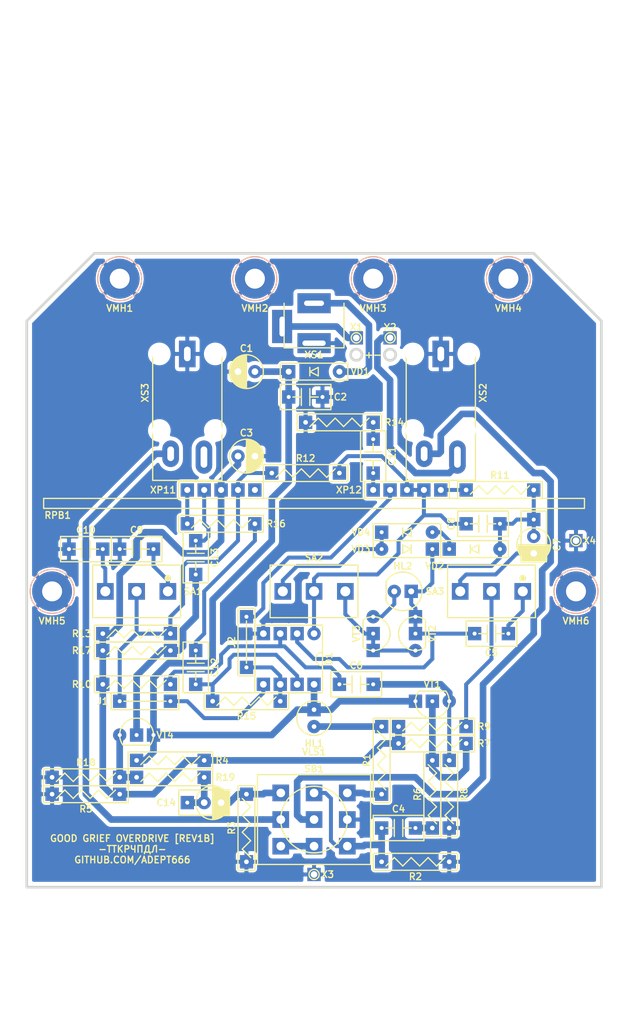
<source format=kicad_pcb>
(kicad_pcb (version 20171130) (host pcbnew 5.1.6-c6e7f7d~87~ubuntu19.10.1)
  (title_block (title "Good Grief Overdrive") (date 2022-05-28) (rev 1B) (company "Igor Ivanov") (comment 1 https://github.com/Adept666) (comment 2 "This project is licensed under GNU General Public License v3.0 or later"))
  (layers (0 F.Cu jumper) (31 B.Cu signal) (37 F.SilkS user) (38 B.Mask user) (44 Edge.Cuts user))
  (net 0 "")
  (net 1 COM)
  (net 2 "Net-(HL1-PadC)")
  (net 3 /LED)
  (net 4 "Net-(SB1-PadNC1)")
  (net 5 /IN-CON)
  (net 6 /OUT-CON)
  (net 7 /PP3-POS)
  (net 8 /PP3-NEG)
  (net 9 V)
  (net 10 "Net-(VD1-PadA)")
  (net 11 "Net-(VD2-PadC)")
  (net 12 "Net-(HL2-PadC)")
  (net 13 "Net-(R6-Pad2)")
  (net 14 "Net-(R18-Pad2)")
  (net 15 "Net-(R16-Pad2)")
  (net 16 "Net-(C4-Pad2)")
  (net 17 "Net-(SA2-PadNO_2)")
  (net 18 "Net-(SA2-PadNO_1)")
  (net 19 "Net-(R9-Pad2)")
  (net 20 "Net-(R11-Pad2)")
  (net 21 "Net-(C5-Pad1)")
  (net 22 "Net-(C5-Pad2)")
  (net 23 "Net-(C6-Pad1)")
  (net 24 "Net-(C6-Pad2)")
  (net 25 "Net-(C7-Pad-)")
  (net 26 "Net-(C8-Pad2)")
  (net 27 "Net-(C9-Pad1)")
  (net 28 "Net-(C10-Pad1)")
  (net 29 "Net-(C11-Pad1)")
  (net 30 "Net-(C11-Pad2)")
  (net 31 "Net-(C12-Pad1)")
  (net 32 "Net-(C12-Pad2)")
  (net 33 "Net-(C13-Pad1)")
  (net 34 "Net-(C13-Pad2)")
  (net 35 "Net-(C14-Pad+)")
  (net 36 VREF)
  (net 37 /RP21)
  (net 38 /RP23)
  (net 39 /IN-CIR)
  (net 40 /OUT-CIR)
  (net 41 "Net-(XS3-PadR/TN)")
  (module SBKCL-TH-SL:C-DISK-D04.2-T03.0-P05.08-d0.5-OR-CP-RADIAL-D05.0-P02.0-CLS (layer F.Cu) (at 138.43 135.255 270)
    (fp_text reference C7 (at 1.27 -3.4925 90) (layer F.SilkS) (effects (font (thickness 0.2))))
    (fp_text value 106)
    (pad - thru_hole rect (at 2.54 0 270) (size 2 2) (drill 1) (layers B.Cu B.Mask) (net 25 "Net-(C7-Pad-)"))
    (pad + thru_hole circle (at 0 0 270) (size 2 2) (drill 1) (layers B.Cu B.Mask) (net 21 "Net-(C5-Pad1)"))
    (pad + thru_hole rect (at -2.54 0 270) (size 2 2) (drill 0.6) (layers B.Cu B.Mask) (net 21 "Net-(C5-Pad1)"))
  )
  (module SBKCL-TH-SL:C-DISK-D04.2-T03.0-P05.08-d0.5-OR-CP-RADIAL-D05.0-P02.0-CLS (layer F.Cu) (at 88.9 175.26)
    (fp_text reference C14 (at -4.1275 0) (layer F.SilkS) (effects (font (thickness 0.2)) (justify right)))
    (fp_text value 106)
    (pad - thru_hole rect (at 2.54 0) (size 2 2) (drill 1) (layers B.Cu B.Mask) (net 40 /OUT-CIR))
    (pad + thru_hole circle (at 0 0) (size 2 2) (drill 1) (layers B.Cu B.Mask) (net 35 "Net-(C14-Pad+)"))
    (pad + thru_hole rect (at -2.54 0) (size 2 2) (drill 0.6) (layers B.Cu B.Mask) (net 35 "Net-(C14-Pad+)"))
  )
  (module SBKCL-TH-SL:RPB-1590BB-18-3x17-1.5-PNL-7.4-2.8 (layer F.Cu) (at 105.41 117.04)
    (fp_text reference RPB1 (at -40.64 15.04) (layer F.SilkS) (effects (font (thickness 0.2)) (justify left)))
    (fp_text value B100K-B5K-A500K)
    (fp_text user XP12 (at 7.3025 11.23) (layer F.SilkS) (effects (font (thickness 0.2)) (justify right)))
    (fp_text user XP11 (at -20.6375 11.23) (layer F.SilkS) (effects (font (thickness 0.2)) (justify right)))
    (pad 22 thru_hole rect (at 8.89 11.23) (size 2 2) (drill 0.9) (layers B.Cu B.Mask) (net 29 "Net-(C11-Pad1)"))
    (pad 23 thru_hole rect (at 11.43 11.23) (size 2 2) (drill 0.9) (layers B.Cu B.Mask) (net 38 /RP23))
    (pad 33 thru_hole rect (at 13.97 11.23) (size 2 2) (drill 0.9) (layers B.Cu B.Mask) (net 26 "Net-(C8-Pad2)"))
    (pad 32 thru_hole rect (at 16.51 11.23) (size 2 2) (drill 0.9) (layers B.Cu B.Mask) (net 26 "Net-(C8-Pad2)"))
    (pad 31 thru_hole rect (at 19.05 11.23) (size 2 2) (drill 0.9) (layers B.Cu B.Mask) (net 20 "Net-(R11-Pad2)"))
    (pad 22 thru_hole rect (at -8.89 11.23) (size 2 2) (drill 0.9) (layers B.Cu B.Mask) (net 29 "Net-(C11-Pad1)"))
    (pad 12 thru_hole rect (at -16.51 11.23) (size 2 2) (drill 0.9) (layers B.Cu B.Mask) (net 33 "Net-(C13-Pad1)"))
    (pad 11 thru_hole rect (at -13.97 11.23) (size 2 2) (drill 0.9) (layers B.Cu B.Mask) (net 36 VREF))
    (pad 13 thru_hole rect (at -19.05 11.23) (size 2 2) (drill 0.9) (layers B.Cu B.Mask) (net 15 "Net-(R16-Pad2)"))
    (pad 21 thru_hole rect (at -11.43 11.23) (size 2 2) (drill 0.9) (layers B.Cu B.Mask) (net 37 /RP21))
  )
  (module KCL-TH-SL:SW-MTS-103-A2-2.5-PNL-6.0 (layer F.Cu) (at 105.41 143.51 270)
    (fp_text reference SA2 (at -5.08 0) (layer F.SilkS) (effects (font (thickness 0.2))))
    (fp_text value MTS-103-A2)
    (pad NO_2 thru_hole rect (at 0 4.7 270) (size 2.5 2.5) (drill 1.5) (layers B.Cu B.Mask) (net 17 "Net-(SA2-PadNO_2)"))
    (pad COM thru_hole rect (at 0 0 270) (size 2.5 2.5) (drill 1.5) (layers B.Cu B.Mask) (net 26 "Net-(C8-Pad2)"))
    (pad NO_1 thru_hole rect (at 0 -4.7 270) (size 2.5 2.5) (drill 1.5) (layers B.Cu B.Mask) (net 18 "Net-(SA2-PadNO_1)"))
  )
  (module KCL-TH-SL:SW-MTS-102-A2-2.5-PNL-6.0 (layer F.Cu) (at 132.08 143.51 270)
    (fp_text reference SA3 (at 0 6.985) (layer F.SilkS) (effects (font (thickness 0.2)) (justify right)))
    (fp_text value MTS-102-A2)
    (pad NO thru_hole rect (at 0 4.7 270) (size 2.5 2.5) (drill 1.5) (layers B.Cu B.Mask) (net 25 "Net-(C7-Pad-)"))
    (pad COM thru_hole rect (at 0 0 270) (size 2.5 2.5) (drill 1.5) (layers B.Cu B.Mask) (net 19 "Net-(R9-Pad2)"))
    (pad NC thru_hole rect (at 0 -4.7 270) (size 2.5 2.5) (drill 1.5) (layers B.Cu B.Mask) (net 22 "Net-(C5-Pad2)"))
  )
  (module KCL-TH-SL:SW-MTS-102-A2-2.5-PNL-6.0 (layer F.Cu) (at 78.74 143.51 270)
    (fp_text reference SA1 (at 0 -6.985) (layer F.SilkS) (effects (font (thickness 0.2)) (justify left)))
    (fp_text value MTS-102-A2)
    (pad NO thru_hole rect (at 0 4.7 270) (size 2.5 2.5) (drill 1.5) (layers B.Cu B.Mask) (net 28 "Net-(C10-Pad1)"))
    (pad COM thru_hole rect (at 0 0 270) (size 2.5 2.5) (drill 1.5) (layers B.Cu B.Mask) (net 37 /RP21))
    (pad NC thru_hole rect (at 0 -4.7 270) (size 2.5 2.5) (drill 1.5) (layers B.Cu B.Mask) (net 27 "Net-(C9-Pad1)"))
  )
  (module SBEL:1590BB_B1 (layer F.Cu) (at 105.41 148.59)
    (fp_text reference VE1 hide)
    (fp_text value 1590BB hide)
  )
  (module KCL-TH-SL:LED-ROUND-05.0-UNI-BH (layer F.Cu) (at 118.745 143.51)
    (fp_text reference HL2 (at 0 -3.81) (layer F.SilkS) (effects (font (thickness 0.2))))
    (fp_text value FYL-5013URC)
    (pad C thru_hole circle (at -1.27 0) (size 2 2) (drill 0.9) (layers B.Cu B.Mask) (net 12 "Net-(HL2-PadC)"))
    (pad A thru_hole rect (at 1.27 0) (size 2 2) (drill 0.9) (layers B.Cu B.Mask) (net 21 "Net-(C5-Pad1)"))
  )
  (module SBKCL-TH-SL:CON-ST-008X-04-OR-ST-008X-05 (layer F.Cu) (at 124.46 100.33 180)
    (fp_text reference XS2 (at -6.35 -13.335 270) (layer F.SilkS) (effects (font (thickness 0.2))))
    (fp_text value ST-008S-04)
    (pad "" np_thru_hole circle (at -4.2 -19 180) (size 2.2 2.2) (drill 2.2) (layers *.Cu *.Mask))
    (pad S thru_hole rect (at 0 -7.5 180) (size 2.5 4) (drill oval 1 2.2) (layers B.Cu B.Mask) (net 1 COM))
    (pad T thru_hole oval (at 2.5 -22.5 180) (size 2.5 4) (drill oval 1 2.2) (layers B.Cu B.Mask) (net 5 /IN-CON))
    (pad R/TN thru_hole oval (at -2.5 -23 180) (size 2.5 5) (drill oval 1 3.2) (layers B.Cu B.Mask) (net 8 /PP3-NEG))
    (pad "" np_thru_hole circle (at 4.2 -19 180) (size 2.2 2.2) (drill 2.2) (layers *.Cu *.Mask))
    (pad "" np_thru_hole circle (at -4.2 -7.5 180) (size 2.2 2.2) (drill 2.2) (layers *.Cu *.Mask))
    (pad "" np_thru_hole circle (at 4.2 -7.5 180) (size 2.2 2.2) (drill 2.2) (layers *.Cu *.Mask))
  )
  (module SBKCL-TH-SL:CON-ST-008X-04-OR-ST-008X-05 (layer F.Cu) (at 86.36 100.33 180)
    (fp_text reference XS3 (at 6.35 -13.335 270) (layer F.SilkS) (effects (font (thickness 0.2))))
    (fp_text value ST-008S-05)
    (pad "" np_thru_hole circle (at -4.2 -19 180) (size 2.2 2.2) (drill 2.2) (layers *.Cu *.Mask))
    (pad S thru_hole rect (at 0 -7.5 180) (size 2.5 4) (drill oval 1 2.2) (layers B.Cu B.Mask) (net 1 COM))
    (pad T thru_hole oval (at 2.5 -22.5 180) (size 2.5 4) (drill oval 1 2.2) (layers B.Cu B.Mask) (net 6 /OUT-CON))
    (pad R/TN thru_hole oval (at -2.5 -23 180) (size 2.5 5) (drill oval 1 3.2) (layers B.Cu B.Mask) (net 41 "Net-(XS3-PadR/TN)"))
    (pad "" np_thru_hole circle (at 4.2 -19 180) (size 2.2 2.2) (drill 2.2) (layers *.Cu *.Mask))
    (pad "" np_thru_hole circle (at -4.2 -7.5 180) (size 2.2 2.2) (drill 2.2) (layers *.Cu *.Mask))
    (pad "" np_thru_hole circle (at 4.2 -7.5 180) (size 2.2 2.2) (drill 2.2) (layers *.Cu *.Mask))
  )
  (module KCL-TH-SL:VMH-STA-DA5-PNL-3.0 (layer F.Cu) (at 144.78 143.51)
    (fp_text reference VMH6 (at 0 4.445) (layer F.SilkS) (effects (font (thickness 0.2))))
    (fp_text value DI5M3x18)
    (pad 0 thru_hole circle (at 0 0) (size 6 6) (drill 3) (layers B.Cu B.Mask) (net 1 COM))
  )
  (module KCL-TH-SL:VMH-STA-DA5-PNL-3.0 (layer F.Cu) (at 66.04 143.51)
    (fp_text reference VMH5 (at 0 4.445) (layer F.SilkS) (effects (font (thickness 0.2))))
    (fp_text value DI5M3x18)
    (pad 0 thru_hole circle (at 0 0) (size 6 6) (drill 3) (layers B.Cu B.Mask) (net 1 COM))
  )
  (module KCL-TH-SL:VMH-STA-DA5-PNL-3.0 (layer F.Cu) (at 134.62 96.52)
    (fp_text reference VMH4 (at 0 4.445) (layer F.SilkS) (effects (font (thickness 0.2))))
    (fp_text value DI5M3x18)
    (pad 0 thru_hole circle (at 0 0) (size 6 6) (drill 3) (layers B.Cu B.Mask) (net 1 COM))
  )
  (module KCL-TH-SL:VMH-STA-DA5-PNL-3.0 (layer F.Cu) (at 114.3 96.52)
    (fp_text reference VMH3 (at 0 4.445) (layer F.SilkS) (effects (font (thickness 0.2))))
    (fp_text value DI5M3x18)
    (pad 0 thru_hole circle (at 0 0) (size 6 6) (drill 3) (layers B.Cu B.Mask) (net 1 COM))
  )
  (module KCL-TH-SL:VMH-STA-DA5-PNL-3.0 (layer F.Cu) (at 96.52 96.52)
    (fp_text reference VMH2 (at 0 4.445) (layer F.SilkS) (effects (font (thickness 0.2))))
    (fp_text value DI5M3x18)
    (pad 0 thru_hole circle (at 0 0) (size 6 6) (drill 3) (layers B.Cu B.Mask) (net 1 COM))
  )
  (module KCL-TH-SL:VMH-STA-DA5-PNL-3.0 (layer F.Cu) (at 76.2 96.52)
    (fp_text reference VMH1 (at 0 4.445) (layer F.SilkS) (effects (font (thickness 0.2))))
    (fp_text value DI5M3x18)
    (pad 0 thru_hole circle (at 0 0) (size 6 6) (drill 3) (layers B.Cu B.Mask) (net 1 COM))
  )
  (module KCL-TH-SL:P-TO-92-S-G-D (layer F.Cu) (at 120.65 149.86 90)
    (fp_text reference VT2 (at 0 2.54 90) (layer F.SilkS) (effects (font (thickness 0.2))))
    (fp_text value 7000)
    (pad S thru_hole circle (at -2.54 0 90) (size 2 2) (drill 0.6) (layers B.Cu B.Mask) (net 18 "Net-(SA2-PadNO_1)"))
    (pad G thru_hole rect (at 0 0 90) (size 2 2) (drill 0.6) (layers B.Cu B.Mask) (net 21 "Net-(C5-Pad1)"))
    (pad D thru_hole rect (at 2.54 0 90) (size 2 2) (drill 0.6) (layers B.Cu B.Mask) (net 21 "Net-(C5-Pad1)"))
  )
  (module KCL-TH-SL:P-TO-92-S-G-D (layer F.Cu) (at 114.3 149.86 270)
    (fp_text reference VT3 (at 0 2.54 90) (layer F.SilkS) (effects (font (thickness 0.2))))
    (fp_text value 7000)
    (pad S thru_hole circle (at -2.54 0 270) (size 2 2) (drill 0.6) (layers B.Cu B.Mask) (net 12 "Net-(HL2-PadC)"))
    (pad G thru_hole rect (at 0 0 270) (size 2 2) (drill 0.6) (layers B.Cu B.Mask) (net 18 "Net-(SA2-PadNO_1)"))
    (pad D thru_hole rect (at 2.54 0 270) (size 2 2) (drill 0.6) (layers B.Cu B.Mask) (net 18 "Net-(SA2-PadNO_1)"))
  )
  (module KCL-TH-SL:P-TO-92-E-B-C (layer F.Cu) (at 78.74 165.1)
    (fp_text reference VT4 (at 2.8575 0) (layer F.SilkS) (effects (font (thickness 0.2)) (justify left)))
    (fp_text value MPSA18)
    (pad C thru_hole rect (at 2.54 0) (size 2 2) (drill 0.6) (layers B.Cu B.Mask) (net 9 V))
    (pad B thru_hole rect (at 0 0) (size 2 2) (drill 0.6) (layers B.Cu B.Mask) (net 34 "Net-(C13-Pad2)"))
    (pad E thru_hole circle (at -2.54 0) (size 2 2) (drill 0.6) (layers B.Cu B.Mask) (net 14 "Net-(R18-Pad2)"))
  )
  (module KCL-TH-SL:P-TO-92-E-B-C (layer F.Cu) (at 123.19 160.02 180)
    (fp_text reference VT1 (at 0 2.54) (layer F.SilkS) (effects (font (thickness 0.2))))
    (fp_text value MPSA18)
    (pad C thru_hole rect (at 2.54 0 180) (size 2 2) (drill 0.6) (layers B.Cu B.Mask) (net 9 V))
    (pad B thru_hole rect (at 0 0 180) (size 2 2) (drill 0.6) (layers B.Cu B.Mask) (net 13 "Net-(R6-Pad2)"))
    (pad E thru_hole circle (at -2.54 0 180) (size 2 2) (drill 0.6) (layers B.Cu B.Mask) (net 23 "Net-(C6-Pad1)"))
  )
  (module KCL-TH-SL:J-TH-d0.5-P07.62 (layer F.Cu) (at 95.25 151.13 90)
    (fp_text reference J2 (at 0 -2.2225 90) (layer F.SilkS) (effects (font (thickness 0.2))))
    (fp_text value 0.5)
    (pad J thru_hole rect (at -3.81 0 90) (size 2 2) (drill 0.6) (layers B.Cu B.Mask) (net 38 /RP23))
    (pad J thru_hole rect (at 3.81 0 90) (size 2 2) (drill 0.6) (layers B.Cu B.Mask) (net 38 /RP23))
  )
  (module KCL-TH-SL:J-TH-d0.5-P07.62 (layer F.Cu) (at 80.01 160.02)
    (fp_text reference J1 (at -5.3975 0) (layer F.SilkS) (effects (font (thickness 0.2)) (justify right)))
    (fp_text value 0.5)
    (pad J thru_hole rect (at -3.81 0) (size 2 2) (drill 0.6) (layers B.Cu B.Mask) (net 37 /RP21))
    (pad J thru_hole rect (at 3.81 0) (size 2 2) (drill 0.6) (layers B.Cu B.Mask) (net 37 /RP21))
  )
  (module KCL-TH-SL:P-DIP-08 (layer F.Cu) (at 101.6 153.67 270)
    (fp_text reference D1 (at 0 -6.0325 90) (layer F.SilkS) (effects (font (thickness 0.2))))
    (fp_text value 833)
    (pad 1 thru_hole circle (at -3.81 -3.81 270) (size 2 2) (drill 1) (layers B.Cu B.Mask) (net 26 "Net-(C8-Pad2)"))
    (pad 2 thru_hole rect (at -3.81 -1.27 270) (size 2 2) (drill 1) (layers B.Cu B.Mask) (net 21 "Net-(C5-Pad1)"))
    (pad 3 thru_hole rect (at -3.81 1.27 270) (size 2 2) (drill 1) (layers B.Cu B.Mask) (net 24 "Net-(C6-Pad2)"))
    (pad 4 thru_hole rect (at -3.81 3.81 270) (size 2 2) (drill 1) (layers B.Cu B.Mask) (net 1 COM))
    (pad 5 thru_hole rect (at 3.81 3.81 270) (size 2 2) (drill 1) (layers B.Cu B.Mask) (net 37 /RP21))
    (pad 6 thru_hole rect (at 3.81 1.27 270) (size 2 2) (drill 1) (layers B.Cu B.Mask) (net 38 /RP23))
    (pad 7 thru_hole rect (at 3.81 -1.27 270) (size 2 2) (drill 1) (layers B.Cu B.Mask) (net 31 "Net-(C12-Pad1)"))
    (pad 8 thru_hole rect (at 3.81 -3.81 270) (size 2 2) (drill 1) (layers B.Cu B.Mask) (net 9 V))
  )
  (module KCL-TH-SL:P-DO-35 (layer F.Cu) (at 129.54 137.16 180)
    (fp_text reference VD2 (at 4.445 -2.54 180) (layer F.SilkS) (effects (font (thickness 0.2)) (justify right)))
    (fp_text value 4148)
    (pad C thru_hole rect (at 3.81 0 180) (size 2 2) (drill 0.6) (layers B.Cu B.Mask) (net 11 "Net-(VD2-PadC)"))
    (pad A thru_hole circle (at -3.81 0 180) (size 2 2) (drill 0.6) (layers B.Cu B.Mask) (net 21 "Net-(C5-Pad1)"))
  )
  (module KCL-TH-SL:P-DO-35 (layer F.Cu) (at 119.38 134.62 180)
    (fp_text reference VD4 (at 5.3975 0) (layer F.SilkS) (effects (font (thickness 0.2)) (justify right)))
    (fp_text value 4148)
    (pad A thru_hole circle (at -3.81 0 180) (size 2 2) (drill 0.6) (layers B.Cu B.Mask) (net 11 "Net-(VD2-PadC)"))
    (pad C thru_hole rect (at 3.81 0 180) (size 2 2) (drill 0.6) (layers B.Cu B.Mask) (net 17 "Net-(SA2-PadNO_2)"))
  )
  (module KCL-TH-SL:P-DO-35 (layer F.Cu) (at 119.38 137.16)
    (fp_text reference VD3 (at -5.3975 0) (layer F.SilkS) (effects (font (thickness 0.2)) (justify right)))
    (fp_text value 4148)
    (pad A thru_hole circle (at -3.81 0) (size 2 2) (drill 0.6) (layers B.Cu B.Mask) (net 17 "Net-(SA2-PadNO_2)"))
    (pad C thru_hole rect (at 3.81 0) (size 2 2) (drill 0.6) (layers B.Cu B.Mask) (net 21 "Net-(C5-Pad1)"))
  )
  (module KCL-TH-SL:P-DO-41 (layer F.Cu) (at 105.41 110.49 180)
    (fp_text reference VD1 (at -5.3975 0 180) (layer F.SilkS) (effects (font (thickness 0.2)) (justify left)))
    (fp_text value 5817)
    (pad C thru_hole rect (at 3.81 0 180) (size 2 2) (drill 0.9) (layers B.Cu B.Mask) (net 9 V))
    (pad A thru_hole circle (at -3.81 0 180) (size 2 2) (drill 0.9) (layers B.Cu B.Mask) (net 10 "Net-(VD1-PadA)"))
  )
  (module KCL-TH-SL:CON-DC-005 (layer F.Cu) (at 105.41 92.71 180)
    (fp_text reference XS1 (at 0 -15.24) (layer F.SilkS) (effects (font (thickness 0.2))))
    (fp_text value DC-005)
    (pad C thru_hole rect (at 0 -13.5 180) (size 5 3) (drill oval 3.5 0.8) (layers B.Cu B.Mask) (net 1 COM))
    (pad SN thru_hole rect (at 4.8 -11 180) (size 3 5) (drill oval 0.8 3) (layers B.Cu B.Mask) (net 7 /PP3-POS))
    (pad S thru_hole rect (at 0 -7.5 180) (size 5 3) (drill oval 3 0.8) (layers B.Cu B.Mask) (net 10 "Net-(VD1-PadA)"))
  )
  (module KCL-VIRTUAL:B-PP3-HV (layer F.Cu) (at 105.41 196.85)
    (fp_text reference GB1 hide)
    (fp_text value PP3 hide)
  )
  (module KCL-TH-SL:CON-PAD-S-1.0-2.0 (layer F.Cu) (at 116.84 105.41)
    (fp_text reference X2 (at 0 -1.5875) (layer F.SilkS) (effects (font (thickness 0.2))))
    (fp_text value -)
    (pad 1 thru_hole rect (at 0 0) (size 2 2) (drill 1) (layers B.Cu B.Mask) (net 8 /PP3-NEG))
  )
  (module KCL-TH-SL:CON-PAD-S-1.0-2.0 (layer F.Cu) (at 111.76 105.41)
    (fp_text reference X1 (at 0 -1.5875) (layer F.SilkS) (effects (font (thickness 0.2))))
    (fp_text value +)
    (pad 1 thru_hole rect (at 0 0) (size 2 2) (drill 1) (layers B.Cu B.Mask) (net 7 /PP3-POS))
  )
  (module KCL-TH-SL:CON-PAD-S-1.0-2.0 (layer F.Cu) (at 144.78 135.89)
    (fp_text reference X4 (at 0.9525 0) (layer F.SilkS) (effects (font (thickness 0.2)) (justify left)))
    (fp_text value COM)
    (pad 1 thru_hole rect (at 0 0) (size 2 2) (drill 1) (layers B.Cu B.Mask) (net 1 COM))
  )
  (module KCL-TH-SL:CON-PAD-S-1.0-2.0 (layer F.Cu) (at 105.41 186.055)
    (fp_text reference X3 (at 0.9525 0) (layer F.SilkS) (effects (font (thickness 0.2)) (justify left)))
    (fp_text value COM)
    (pad 1 thru_hole rect (at 0 0) (size 2 2) (drill 1) (layers B.Cu B.Mask) (net 1 COM))
  )
  (module KCL-TH-SL:LED-ROUND-05.0-UNI-SH-SPACER-PNL-5.3 (layer F.Cu) (at 105.41 162.56 90)
    (fp_text reference HL1 (at -3.81 0 180) (layer F.SilkS) (effects (font (thickness 0.2))))
    (fp_text value FYL-5013URC)
    (pad A thru_hole rect (at 1.27 0 90) (size 2 2) (drill 0.7) (layers B.Cu B.Mask) (net 9 V))
    (pad C thru_hole circle (at -1.27 0 90) (size 2 2) (drill 0.7) (layers B.Cu B.Mask) (net 2 "Net-(HL1-PadC)"))
  )
  (module KCL-VIRTUAL:VLS-BR (layer F.Cu) (at 105.41 162.56)
    (fp_text reference VLS1 (at 0 5.08) (layer F.SilkS) (effects (font (thickness 0.2))))
    (fp_text value BR-12.7)
  )
  (module KCL-TH-SL:SW-PBS-24-302SP-2.5-PNL-13.0 (layer F.Cu) (at 105.41 177.8)
    (fp_text reference SB1 (at 0 -7.62) (layer F.SilkS) (effects (font (thickness 0.2))))
    (fp_text value PBS-24-302SP)
    (pad NC1 thru_hole rect (at -5 4) (size 2.5 2.5) (drill 1.3) (layers B.Cu B.Mask) (net 4 "Net-(SB1-PadNC1)"))
    (pad COM1 thru_hole rect (at -5 0) (size 2.5 2.5) (drill 1.3) (layers B.Cu B.Mask) (net 6 /OUT-CON))
    (pad NO1 thru_hole rect (at -5 -4) (size 2.5 2.5) (drill 1.3) (layers B.Cu B.Mask) (net 40 /OUT-CIR))
    (pad NO2 thru_hole rect (at 0 -4) (size 2.5 2.5) (drill 1.3) (layers B.Cu B.Mask) (net 39 /IN-CIR))
    (pad NC2 thru_hole rect (at 0 4) (size 2.5 2.5) (drill 1.3) (layers B.Cu B.Mask) (net 4 "Net-(SB1-PadNC1)"))
    (pad COM2 thru_hole rect (at 0 0) (size 2.5 2.5) (drill 1.3) (layers B.Cu B.Mask) (net 5 /IN-CON))
    (pad NO3 thru_hole rect (at 5 -4) (size 2.5 2.5) (drill 1.3) (layers B.Cu B.Mask) (net 3 /LED))
    (pad NC3 thru_hole rect (at 5 4) (size 2.5 2.5) (drill 1.3) (layers B.Cu B.Mask) (net 39 /IN-CIR))
    (pad COM3 thru_hole rect (at 5 0) (size 2.5 2.5) (drill 1.3) (layers B.Cu B.Mask) (net 1 COM))
  )
  (module KCL-TH-SL:CP-RADIAL-D05.0-P02.0-CLS (layer F.Cu) (at 95.25 123.19)
    (fp_text reference C3 (at 0 -3.4925) (layer F.SilkS) (effects (font (thickness 0.2))))
    (fp_text value 476)
    (pad - thru_hole rect (at 1.27 0) (size 2 2) (drill 1) (layers B.Cu B.Mask) (net 1 COM))
    (pad + thru_hole circle (at -1.27 0) (size 2 2) (drill 1) (layers B.Cu B.Mask) (net 36 VREF))
  )
  (module KCL-TH-SL:CP-RADIAL-D05.0-P02.0-CLS (layer F.Cu) (at 95.25 110.49 180)
    (fp_text reference C1 (at 0 3.4925 180) (layer F.SilkS) (effects (font (thickness 0.2))))
    (fp_text value 476)
    (pad + thru_hole circle (at -1.27 0 180) (size 2 2) (drill 1) (layers B.Cu B.Mask) (net 9 V))
    (pad - thru_hole rect (at 1.27 0 180) (size 2 2) (drill 1) (layers B.Cu B.Mask) (net 1 COM))
  )
  (module KCL-TH-SL:C-DISK-D04.2-T03.0-P05.08-d0.5 (layer F.Cu) (at 71.12 137.16 180)
    (fp_text reference C10 (at 0 2.8575) (layer F.SilkS) (effects (font (thickness 0.2))))
    (fp_text value 683)
    (pad 1 thru_hole rect (at -2.54 0 180) (size 2 2) (drill 0.6) (layers B.Cu B.Mask) (net 28 "Net-(C10-Pad1)"))
    (pad 2 thru_hole rect (at 2.54 0 180) (size 2 2) (drill 0.6) (layers B.Cu B.Mask) (net 1 COM))
  )
  (module KCL-TH-SL:C-DISK-D04.2-T03.0-P05.08-d0.5 (layer F.Cu) (at 78.74 137.16 180)
    (fp_text reference C9 (at 0 2.8575) (layer F.SilkS) (effects (font (thickness 0.2))))
    (fp_text value 154)
    (pad 1 thru_hole rect (at -2.54 0 180) (size 2 2) (drill 0.6) (layers B.Cu B.Mask) (net 27 "Net-(C9-Pad1)"))
    (pad 2 thru_hole rect (at 2.54 0 180) (size 2 2) (drill 0.6) (layers B.Cu B.Mask) (net 1 COM))
  )
  (module KCL-TH-SL:C-DISK-D04.2-T03.0-P05.08-d0.5 (layer F.Cu) (at 114.3 123.19 90)
    (fp_text reference C11 (at 0 2.8575 90) (layer F.SilkS) (effects (font (thickness 0.2))))
    (fp_text value 334)
    (pad 1 thru_hole rect (at -2.54 0 90) (size 2 2) (drill 0.6) (layers B.Cu B.Mask) (net 29 "Net-(C11-Pad1)"))
    (pad 2 thru_hole rect (at 2.54 0 90) (size 2 2) (drill 0.6) (layers B.Cu B.Mask) (net 30 "Net-(C11-Pad2)"))
  )
  (module KCL-TH-SL:C-DISK-D04.2-T03.0-P05.08-d0.5 (layer F.Cu) (at 130.81 133.35 180)
    (fp_text reference C8 (at 4.7625 0 90) (layer F.SilkS) (effects (font (thickness 0.2))))
    (fp_text value 470)
    (pad 2 thru_hole rect (at 2.54 0 180) (size 2 2) (drill 0.6) (layers B.Cu B.Mask) (net 26 "Net-(C8-Pad2)"))
    (pad 1 thru_hole rect (at -2.54 0 180) (size 2 2) (drill 0.6) (layers B.Cu B.Mask) (net 21 "Net-(C5-Pad1)"))
  )
  (module KCL-TH-SL:C-DISK-D04.2-T03.0-P05.08-d0.5 (layer F.Cu) (at 87.63 138.43 270)
    (fp_text reference C13 (at 0 -2.8575 90) (layer F.SilkS) (effects (font (thickness 0.2))))
    (fp_text value 104)
    (pad 1 thru_hole rect (at -2.54 0 270) (size 2 2) (drill 0.6) (layers B.Cu B.Mask) (net 33 "Net-(C13-Pad1)"))
    (pad 2 thru_hole rect (at 2.54 0 270) (size 2 2) (drill 0.6) (layers B.Cu B.Mask) (net 34 "Net-(C13-Pad2)"))
  )
  (module KCL-TH-SL:C-DISK-D04.2-T03.0-P05.08-d0.5 (layer F.Cu) (at 132.08 149.86)
    (fp_text reference C5 (at 0 2.8575) (layer F.SilkS) (effects (font (thickness 0.2))))
    (fp_text value 224)
    (pad 1 thru_hole rect (at -2.54 0) (size 2 2) (drill 0.6) (layers B.Cu B.Mask) (net 21 "Net-(C5-Pad1)"))
    (pad 2 thru_hole rect (at 2.54 0) (size 2 2) (drill 0.6) (layers B.Cu B.Mask) (net 22 "Net-(C5-Pad2)"))
  )
  (module KCL-TH-SL:C-DISK-D04.2-T03.0-P05.08-d0.5 (layer F.Cu) (at 87.63 154.94 90)
    (fp_text reference C12 (at 0 2.8575 90) (layer F.SilkS) (effects (font (thickness 0.2))))
    (fp_text value 105)
    (pad 1 thru_hole rect (at -2.54 0 90) (size 2 2) (drill 0.6) (layers B.Cu B.Mask) (net 31 "Net-(C12-Pad1)"))
    (pad 2 thru_hole rect (at 2.54 0 90) (size 2 2) (drill 0.6) (layers B.Cu B.Mask) (net 32 "Net-(C12-Pad2)"))
  )
  (module KCL-TH-SL:C-DISK-D04.2-T03.0-P05.08-d0.5 (layer F.Cu) (at 111.76 157.48 180)
    (fp_text reference C6 (at 0 2.8575) (layer F.SilkS) (effects (font (thickness 0.2))))
    (fp_text value 105)
    (pad 1 thru_hole rect (at -2.54 0 180) (size 2 2) (drill 0.6) (layers B.Cu B.Mask) (net 23 "Net-(C6-Pad1)"))
    (pad 2 thru_hole rect (at 2.54 0 180) (size 2 2) (drill 0.6) (layers B.Cu B.Mask) (net 24 "Net-(C6-Pad2)"))
  )
  (module KCL-TH-SL:C-DISK-D04.2-T03.0-P05.08-d0.5 (layer F.Cu) (at 118.11 179.07)
    (fp_text reference C4 (at 0 -2.8575) (layer F.SilkS) (effects (font (thickness 0.2))))
    (fp_text value 104)
    (pad 1 thru_hole rect (at -2.54 0) (size 2 2) (drill 0.6) (layers B.Cu B.Mask) (net 39 /IN-CIR))
    (pad 2 thru_hole rect (at 2.54 0) (size 2 2) (drill 0.6) (layers B.Cu B.Mask) (net 16 "Net-(C4-Pad2)"))
  )
  (module KCL-TH-SL:C-DISK-D04.2-T03.0-P05.08-d0.5 (layer F.Cu) (at 104.14 114.3)
    (fp_text reference C2 (at 4.1275 0 180) (layer F.SilkS) (effects (font (thickness 0.2)) (justify left)))
    (fp_text value 104)
    (pad 1 thru_hole rect (at -2.54 0) (size 2 2) (drill 0.6) (layers B.Cu B.Mask) (net 9 V))
    (pad 2 thru_hole rect (at 2.54 0) (size 2 2) (drill 0.6) (layers B.Cu B.Mask) (net 1 COM))
  )
  (module KCL-TH-SL:R-MFR-25 (layer F.Cu) (at 109.22 118.11)
    (fp_text reference R14 (at 6.6675 0) (layer F.SilkS) (effects (font (thickness 0.2)) (justify left)))
    (fp_text value 331)
    (pad 2 thru_hole rect (at 5.08 0) (size 2 2) (drill 0.7) (layers B.Cu B.Mask) (net 30 "Net-(C11-Pad2)"))
    (pad 1 thru_hole rect (at -5.08 0) (size 2 2) (drill 0.7) (layers B.Cu B.Mask) (net 1 COM))
  )
  (module KCL-TH-SL:R-MFR-25 (layer F.Cu) (at 104.14 125.73 180)
    (fp_text reference R12 (at 0 2.2225) (layer F.SilkS) (effects (font (thickness 0.2))))
    (fp_text value 102)
    (pad 1 thru_hole rect (at -5.08 0 180) (size 2 2) (drill 0.7) (layers B.Cu B.Mask) (net 26 "Net-(C8-Pad2)"))
    (pad 2 thru_hole rect (at 5.08 0 180) (size 2 2) (drill 0.7) (layers B.Cu B.Mask) (net 37 /RP21))
  )
  (module KCL-TH-SL:R-MFR-25 (layer F.Cu) (at 133.35 128.27 180)
    (fp_text reference R11 (at 0 2.2225) (layer F.SilkS) (effects (font (thickness 0.2))))
    (fp_text value 223)
    (pad 2 thru_hole rect (at 5.08 0 180) (size 2 2) (drill 0.7) (layers B.Cu B.Mask) (net 20 "Net-(R11-Pad2)"))
    (pad 1 thru_hole rect (at -5.08 0 180) (size 2 2) (drill 0.7) (layers B.Cu B.Mask) (net 21 "Net-(C5-Pad1)"))
  )
  (module KCL-TH-SL:R-MFR-25 (layer F.Cu) (at 95.25 160.02 180)
    (fp_text reference R15 (at 0 -2.2225) (layer F.SilkS) (effects (font (thickness 0.2))))
    (fp_text value 102)
    (pad 1 thru_hole rect (at -5.08 0 180) (size 2 2) (drill 0.7) (layers B.Cu B.Mask) (net 38 /RP23))
    (pad 2 thru_hole rect (at 5.08 0 180) (size 2 2) (drill 0.7) (layers B.Cu B.Mask) (net 31 "Net-(C12-Pad1)"))
  )
  (module KCL-TH-SL:R-MFR-25 (layer F.Cu) (at 123.19 166.37)
    (fp_text reference R7 (at 6.6675 0) (layer F.SilkS) (effects (font (thickness 0.2)) (justify left)))
    (fp_text value 564)
    (pad 1 thru_hole rect (at -5.08 0) (size 2 2) (drill 0.7) (layers B.Cu B.Mask) (net 36 VREF))
    (pad 2 thru_hole rect (at 5.08 0) (size 2 2) (drill 0.7) (layers B.Cu B.Mask) (net 13 "Net-(R6-Pad2)"))
  )
  (module KCL-TH-SL:R-MFR-25 (layer F.Cu) (at 123.19 163.83)
    (fp_text reference R9 (at 6.6675 0) (layer F.SilkS) (effects (font (thickness 0.2)) (justify left)))
    (fp_text value 102)
    (pad 1 thru_hole rect (at -5.08 0) (size 2 2) (drill 0.7) (layers B.Cu B.Mask) (net 36 VREF))
    (pad 2 thru_hole rect (at 5.08 0) (size 2 2) (drill 0.7) (layers B.Cu B.Mask) (net 19 "Net-(R9-Pad2)"))
  )
  (module KCL-TH-SL:R-MFR-25 (layer F.Cu) (at 125.73 173.99 90)
    (fp_text reference R8 (at 0 2.2225 90) (layer F.SilkS) (effects (font (thickness 0.2))))
    (fp_text value 103)
    (pad 1 thru_hole rect (at -5.08 0 90) (size 2 2) (drill 0.7) (layers B.Cu B.Mask) (net 1 COM))
    (pad 2 thru_hole rect (at 5.08 0 90) (size 2 2) (drill 0.7) (layers B.Cu B.Mask) (net 23 "Net-(C6-Pad1)"))
  )
  (module KCL-TH-SL:R-MFR-25 (layer F.Cu) (at 123.19 173.99 90)
    (fp_text reference R6 (at 0 -2.2225 90) (layer F.SilkS) (effects (font (thickness 0.2))))
    (fp_text value 102)
    (pad 1 thru_hole rect (at -5.08 0 90) (size 2 2) (drill 0.7) (layers B.Cu B.Mask) (net 16 "Net-(C4-Pad2)"))
    (pad 2 thru_hole rect (at 5.08 0 90) (size 2 2) (drill 0.7) (layers B.Cu B.Mask) (net 13 "Net-(R6-Pad2)"))
  )
  (module KCL-TH-SL:R-MFR-25 (layer F.Cu) (at 120.65 184.15 180)
    (fp_text reference R2 (at 0 -2.2225) (layer F.SilkS) (effects (font (thickness 0.2))))
    (fp_text value 105)
    (pad 2 thru_hole rect (at 5.08 0 180) (size 2 2) (drill 0.7) (layers B.Cu B.Mask) (net 39 /IN-CIR))
    (pad 1 thru_hole rect (at -5.08 0 180) (size 2 2) (drill 0.7) (layers B.Cu B.Mask) (net 1 COM))
  )
  (module KCL-TH-SL:R-MFR-25 (layer F.Cu) (at 115.57 168.91 90)
    (fp_text reference R1 (at 0 -2.2225 90) (layer F.SilkS) (effects (font (thickness 0.2))))
    (fp_text value 472)
    (pad 1 thru_hole rect (at -5.08 0 90) (size 2 2) (drill 0.7) (layers B.Cu B.Mask) (net 3 /LED))
    (pad 2 thru_hole rect (at 5.08 0 90) (size 2 2) (drill 0.7) (layers B.Cu B.Mask) (net 2 "Net-(HL1-PadC)"))
  )
  (module KCL-TH-SL:R-MFR-25 (layer F.Cu) (at 95.25 179.07 90)
    (fp_text reference R3 (at 0 -2.2225 90) (layer F.SilkS) (effects (font (thickness 0.2))))
    (fp_text value 103)
    (pad 1 thru_hole rect (at -5.08 0 90) (size 2 2) (drill 0.7) (layers B.Cu B.Mask) (net 1 COM))
    (pad 2 thru_hole rect (at 5.08 0 90) (size 2 2) (drill 0.7) (layers B.Cu B.Mask) (net 40 /OUT-CIR))
  )
  (module KCL-TH-SL:R-MFR-25 (layer F.Cu) (at 71.12 173.99)
    (fp_text reference R5 (at 0 2.2225) (layer F.SilkS) (effects (font (thickness 0.2))))
    (fp_text value 103)
    (pad 1 thru_hole rect (at -5.08 0) (size 2 2) (drill 0.7) (layers B.Cu B.Mask) (net 1 COM))
    (pad 2 thru_hole rect (at 5.08 0) (size 2 2) (drill 0.7) (layers B.Cu B.Mask) (net 36 VREF))
  )
  (module KCL-TH-SL:R-MFR-25 (layer F.Cu) (at 71.12 171.45)
    (fp_text reference R18 (at 0 -2.2225) (layer F.SilkS) (effects (font (thickness 0.2))))
    (fp_text value 103)
    (pad 1 thru_hole rect (at -5.08 0) (size 2 2) (drill 0.7) (layers B.Cu B.Mask) (net 1 COM))
    (pad 2 thru_hole rect (at 5.08 0) (size 2 2) (drill 0.7) (layers B.Cu B.Mask) (net 14 "Net-(R18-Pad2)"))
  )
  (module KCL-TH-SL:R-MFR-25 (layer F.Cu) (at 83.82 171.45)
    (fp_text reference R19 (at 6.6675 0) (layer F.SilkS) (effects (font (thickness 0.2)) (justify left)))
    (fp_text value 101)
    (pad 2 thru_hole rect (at 5.08 0) (size 2 2) (drill 0.7) (layers B.Cu B.Mask) (net 35 "Net-(C14-Pad+)"))
    (pad 1 thru_hole rect (at -5.08 0) (size 2 2) (drill 0.7) (layers B.Cu B.Mask) (net 14 "Net-(R18-Pad2)"))
  )
  (module KCL-TH-SL:R-MFR-25 (layer F.Cu) (at 78.74 157.48)
    (fp_text reference R10 (at -6.6675 0) (layer F.SilkS) (effects (font (thickness 0.2)) (justify right)))
    (fp_text value 223)
    (pad 1 thru_hole rect (at -5.08 0) (size 2 2) (drill 0.7) (layers B.Cu B.Mask) (net 36 VREF))
    (pad 2 thru_hole rect (at 5.08 0) (size 2 2) (drill 0.7) (layers B.Cu B.Mask) (net 24 "Net-(C6-Pad2)"))
  )
  (module KCL-TH-SL:R-MFR-25 (layer F.Cu) (at 78.74 149.86 180)
    (fp_text reference R13 (at 6.6675 0) (layer F.SilkS) (effects (font (thickness 0.2)) (justify right)))
    (fp_text value 103)
    (pad 1 thru_hole rect (at -5.08 0 180) (size 2 2) (drill 0.7) (layers B.Cu B.Mask) (net 37 /RP21))
    (pad 2 thru_hole rect (at 5.08 0 180) (size 2 2) (drill 0.7) (layers B.Cu B.Mask) (net 36 VREF))
  )
  (module KCL-TH-SL:R-MFR-25 (layer F.Cu) (at 78.74 152.4)
    (fp_text reference R17 (at -6.6675 0) (layer F.SilkS) (effects (font (thickness 0.2)) (justify right)))
    (fp_text value 564)
    (pad 1 thru_hole rect (at -5.08 0) (size 2 2) (drill 0.7) (layers B.Cu B.Mask) (net 36 VREF))
    (pad 2 thru_hole rect (at 5.08 0) (size 2 2) (drill 0.7) (layers B.Cu B.Mask) (net 34 "Net-(C13-Pad2)"))
  )
  (module KCL-TH-SL:R-MFR-25 (layer F.Cu) (at 91.44 133.35 180)
    (fp_text reference R16 (at -6.6675 0) (layer F.SilkS) (effects (font (thickness 0.2)) (justify left)))
    (fp_text value 102)
    (pad 1 thru_hole rect (at -5.08 0 180) (size 2 2) (drill 0.7) (layers B.Cu B.Mask) (net 32 "Net-(C12-Pad2)"))
    (pad 2 thru_hole rect (at 5.08 0 180) (size 2 2) (drill 0.7) (layers B.Cu B.Mask) (net 15 "Net-(R16-Pad2)"))
  )
  (module KCL-TH-SL:R-MFR-25 (layer F.Cu) (at 83.82 168.91 180)
    (fp_text reference R4 (at -6.6675 0) (layer F.SilkS) (effects (font (thickness 0.2)) (justify left)))
    (fp_text value 103)
    (pad 2 thru_hole rect (at 5.08 0 180) (size 2 2) (drill 0.7) (layers B.Cu B.Mask) (net 9 V))
    (pad 1 thru_hole rect (at -5.08 0 180) (size 2 2) (drill 0.7) (layers B.Cu B.Mask) (net 36 VREF))
  )
  (gr_text - (at 114.935 107.95) (layer F.SilkS) (effects (font (size 1 1) (thickness 0.2))))
  (gr_text + (at 113.665 107.95) (layer F.SilkS) (effects (font (size 1 1) (thickness 0.2))))
  (gr_line (start 138.43 92.71) (end 148.59 102.87) (layer Edge.Cuts) (width 0.4))
  (gr_line (start 62.23 102.87) (end 72.39 92.71) (layer Edge.Cuts) (width 0.4))
  (gr_line (start 148.59 102.87) (end 148.59 187.96) (layer Edge.Cuts) (width 0.4))
  (gr_line (start 62.23 102.87) (end 62.23 187.96) (layer Edge.Cuts) (width 0.4))
  (gr_circle (center 116.84 107.95) (end 117.69 107.95) (layer Edge.Cuts) (width 0.4))
  (gr_circle (center 111.76 107.95) (end 112.61 107.95) (layer Edge.Cuts) (width 0.4))
  (gr_text "GOOD GRIEF OVERDRIVE [REV1B]\n-ТТКРЧПДЛ-\nGITHUB.COM/ADEPT666" (at 78.105 182.245) (layer F.SilkS) (effects (font (size 1 1) (thickness 0.2))))
  (gr_line (start 62.23 187.96) (end 148.59 187.96) (layer Edge.Cuts) (width 0.4))
  (gr_line (start 72.39 92.71) (end 138.43 92.71) (layer Edge.Cuts) (width 0.4))
  (segment (start 105.41 163.83) (end 115.57 163.83) (width 1) (layer B.Cu) (net 2))
  (segment (start 110.41 173.8) (end 112.84 173.8) (width 1) (layer B.Cu) (net 3))
  (segment (start 112.84 173.8) (end 113.03 173.99) (width 1) (layer B.Cu) (net 3))
  (segment (start 113.03 173.99) (end 115.57 173.99) (width 1) (layer B.Cu) (net 3))
  (segment (start 100.41 181.8) (end 105.41 181.8) (width 1) (layer B.Cu) (net 4))
  (segment (start 124.185 122.83) (end 121.96 122.83) (width 1) (layer B.Cu) (net 5))
  (segment (start 124.46 120.015) (end 124.46 122.555) (width 1) (layer B.Cu) (net 5))
  (segment (start 127.635 116.84) (end 124.46 120.015) (width 1) (layer B.Cu) (net 5))
  (segment (start 140.97 127) (end 139.7 125.73) (width 1) (layer B.Cu) (net 5))
  (segment (start 139.7 140.335) (end 140.97 139.065) (width 1) (layer B.Cu) (net 5))
  (segment (start 124.46 122.555) (end 124.185 122.83) (width 1) (layer B.Cu) (net 5))
  (segment (start 105.41 177.8) (end 103.505 177.8) (width 1) (layer B.Cu) (net 5))
  (segment (start 129.54 116.84) (end 127.635 116.84) (width 1) (layer B.Cu) (net 5))
  (segment (start 103.505 177.8) (end 102.87 177.165) (width 1) (layer B.Cu) (net 5))
  (segment (start 102.87 177.165) (end 102.87 172.085) (width 1) (layer B.Cu) (net 5))
  (segment (start 102.87 172.085) (end 103.505 171.45) (width 1) (layer B.Cu) (net 5))
  (segment (start 130.81 157.48) (end 138.43 149.86) (width 1) (layer B.Cu) (net 5))
  (segment (start 103.505 171.45) (end 120.65 171.45) (width 1) (layer B.Cu) (net 5))
  (segment (start 139.7 125.73) (end 138.43 125.73) (width 1) (layer B.Cu) (net 5))
  (segment (start 138.43 149.86) (end 138.43 147.32) (width 1) (layer B.Cu) (net 5))
  (segment (start 120.65 171.45) (end 123.19 173.99) (width 1) (layer B.Cu) (net 5))
  (segment (start 138.43 125.73) (end 129.54 116.84) (width 1) (layer B.Cu) (net 5))
  (segment (start 138.43 147.32) (end 139.7 146.05) (width 1) (layer B.Cu) (net 5))
  (segment (start 140.97 139.065) (end 140.97 127) (width 1) (layer B.Cu) (net 5))
  (segment (start 123.19 173.99) (end 128.27 173.99) (width 1) (layer B.Cu) (net 5))
  (segment (start 128.27 173.99) (end 130.81 171.45) (width 1) (layer B.Cu) (net 5))
  (segment (start 139.7 146.05) (end 139.7 140.335) (width 1) (layer B.Cu) (net 5))
  (segment (start 130.81 171.45) (end 130.81 157.48) (width 1) (layer B.Cu) (net 5))
  (segment (start 97.79 177.8) (end 100.41 177.8) (width 1) (layer B.Cu) (net 6))
  (segment (start 74.93 177.8) (end 97.79 177.8) (width 1) (layer B.Cu) (net 6))
  (segment (start 71.12 133.35) (end 71.12 173.99) (width 1) (layer B.Cu) (net 6))
  (segment (start 71.12 173.99) (end 74.93 177.8) (width 1) (layer B.Cu) (net 6))
  (segment (start 81.64 122.83) (end 71.12 133.35) (width 1) (layer B.Cu) (net 6))
  (segment (start 83.86 122.83) (end 81.64 122.83) (width 1) (layer B.Cu) (net 6))
  (segment (start 108.79 103.71) (end 110.49 105.41) (width 1) (layer B.Cu) (net 7))
  (segment (start 100.61 103.71) (end 108.79 103.71) (width 1) (layer B.Cu) (net 7))
  (segment (start 110.49 105.41) (end 111.76 105.41) (width 1) (layer B.Cu) (net 7))
  (segment (start 126.96 124.5) (end 126.96 123.33) (width 1) (layer B.Cu) (net 8))
  (segment (start 125.73 125.73) (end 126.96 124.5) (width 1) (layer B.Cu) (net 8))
  (segment (start 120.65 125.73) (end 125.73 125.73) (width 1) (layer B.Cu) (net 8))
  (segment (start 116.84 121.92) (end 120.65 125.73) (width 1) (layer B.Cu) (net 8))
  (segment (start 114.935 106.045) (end 114.935 109.855) (width 1) (layer B.Cu) (net 8))
  (segment (start 115.57 105.41) (end 114.935 106.045) (width 1) (layer B.Cu) (net 8))
  (segment (start 116.84 111.76) (end 116.84 121.92) (width 1) (layer B.Cu) (net 8))
  (segment (start 114.935 109.855) (end 116.84 111.76) (width 1) (layer B.Cu) (net 8))
  (segment (start 116.84 105.41) (end 115.57 105.41) (width 1) (layer B.Cu) (net 8))
  (segment (start 101.6 110.49) (end 101.6 114.3) (width 1) (layer B.Cu) (net 9))
  (segment (start 80.01 168.91) (end 81.28 167.64) (width 1) (layer B.Cu) (net 9))
  (segment (start 81.28 165.1) (end 81.28 167.64) (width 1) (layer B.Cu) (net 9))
  (segment (start 78.74 168.91) (end 80.01 168.91) (width 1) (layer B.Cu) (net 9))
  (segment (start 96.52 110.49) (end 101.6 110.49) (width 1) (layer B.Cu) (net 9))
  (segment (start 101.6 127) (end 101.6 114.3) (width 1) (layer B.Cu) (net 9))
  (segment (start 99.06 129.54) (end 101.6 127) (width 1) (layer B.Cu) (net 9))
  (segment (start 99.06 135.89) (end 99.06 129.54) (width 1) (layer B.Cu) (net 9))
  (segment (start 90.17 144.78) (end 99.06 135.89) (width 1) (layer B.Cu) (net 9))
  (segment (start 89.535 154.305) (end 90.17 153.67) (width 1) (layer B.Cu) (net 9))
  (segment (start 83.5025 154.305) (end 89.535 154.305) (width 1) (layer B.Cu) (net 9))
  (segment (start 81.28 156.5275) (end 83.5025 154.305) (width 1) (layer B.Cu) (net 9))
  (segment (start 90.17 153.67) (end 90.17 144.78) (width 1) (layer B.Cu) (net 9))
  (segment (start 81.28 165.1) (end 81.28 156.5275) (width 1) (layer B.Cu) (net 9))
  (segment (start 105.41 157.48) (end 105.41 161.29) (width 1) (layer B.Cu) (net 9))
  (segment (start 109.22 160.02) (end 120.65 160.02) (width 1) (layer B.Cu) (net 9))
  (segment (start 105.41 161.29) (end 107.95 161.29) (width 1) (layer B.Cu) (net 9))
  (segment (start 107.95 161.29) (end 109.22 160.02) (width 1) (layer B.Cu) (net 9))
  (segment (start 102.87 161.29) (end 105.41 161.29) (width 1) (layer B.Cu) (net 9))
  (segment (start 99.06 165.1) (end 102.87 161.29) (width 1) (layer B.Cu) (net 9))
  (segment (start 81.28 165.1) (end 99.06 165.1) (width 1) (layer B.Cu) (net 9))
  (segment (start 113.03 110.49) (end 109.22 110.49) (width 1) (layer B.Cu) (net 10))
  (segment (start 113.665 103.505) (end 113.665 109.855) (width 1) (layer B.Cu) (net 10))
  (segment (start 113.665 109.855) (end 113.03 110.49) (width 1) (layer B.Cu) (net 10))
  (segment (start 110.37 100.21) (end 113.665 103.505) (width 1) (layer B.Cu) (net 10))
  (segment (start 105.41 100.21) (end 110.37 100.21) (width 1) (layer B.Cu) (net 10))
  (segment (start 124.46 134.62) (end 125.73 135.89) (width 0.6) (layer B.Cu) (net 11))
  (segment (start 125.73 135.89) (end 125.73 137.16) (width 0.6) (layer B.Cu) (net 11))
  (segment (start 123.19 134.62) (end 124.46 134.62) (width 0.6) (layer B.Cu) (net 11))
  (segment (start 117.475 143.51) (end 117.475 145.415) (width 0.6) (layer B.Cu) (net 12))
  (segment (start 117.475 145.415) (end 115.57 147.32) (width 0.6) (layer B.Cu) (net 12))
  (segment (start 115.57 147.32) (end 114.3 147.32) (width 0.6) (layer B.Cu) (net 12))
  (segment (start 123.19 160.02) (end 123.19 168.91) (width 1) (layer B.Cu) (net 13))
  (segment (start 123.19 168.91) (end 123.19 170.18) (width 1) (layer B.Cu) (net 13))
  (segment (start 123.19 170.18) (end 124.46 171.45) (width 1) (layer B.Cu) (net 13))
  (segment (start 124.46 171.45) (end 127 171.45) (width 1) (layer B.Cu) (net 13))
  (segment (start 127 171.45) (end 128.27 170.18) (width 1) (layer B.Cu) (net 13))
  (segment (start 128.27 170.18) (end 128.27 166.37) (width 1) (layer B.Cu) (net 13))
  (segment (start 76.2 171.45) (end 78.74 171.45) (width 1) (layer B.Cu) (net 14))
  (segment (start 76.2 165.1) (end 76.2 171.45) (width 1) (layer B.Cu) (net 14))
  (segment (start 86.36 128.27) (end 86.36 133.35) (width 0.6) (layer B.Cu) (net 15))
  (segment (start 120.65 179.07) (end 123.19 179.07) (width 1) (layer B.Cu) (net 16))
  (segment (start 115.57 134.62) (end 115.57 137.16) (width 0.6) (layer B.Cu) (net 17))
  (segment (start 109.22 139.7) (end 111.76 137.16) (width 0.6) (layer B.Cu) (net 17))
  (segment (start 102.87 139.7) (end 109.22 139.7) (width 0.6) (layer B.Cu) (net 17))
  (segment (start 100.71 143.51) (end 100.71 141.86) (width 0.6) (layer B.Cu) (net 17))
  (segment (start 111.76 137.16) (end 115.57 137.16) (width 0.6) (layer B.Cu) (net 17))
  (segment (start 100.71 141.86) (end 102.87 139.7) (width 0.6) (layer B.Cu) (net 17))
  (segment (start 113.03 149.86) (end 114.3 149.86) (width 0.6) (layer B.Cu) (net 18))
  (segment (start 110.11 143.51) (end 110.11 146.94) (width 0.6) (layer B.Cu) (net 18))
  (segment (start 110.11 146.94) (end 113.03 149.86) (width 0.6) (layer B.Cu) (net 18))
  (segment (start 114.3 149.86) (end 114.3 152.4) (width 0.6) (layer B.Cu) (net 18))
  (segment (start 114.3 152.4) (end 120.65 152.4) (width 0.6) (layer B.Cu) (net 18))
  (segment (start 132.08 153.67) (end 132.08 143.51) (width 0.6) (layer B.Cu) (net 19))
  (segment (start 128.27 163.83) (end 128.27 157.48) (width 0.6) (layer B.Cu) (net 19))
  (segment (start 128.27 157.48) (end 132.08 153.67) (width 0.6) (layer B.Cu) (net 19))
  (segment (start 124.46 128.27) (end 128.27 128.27) (width 0.6) (layer B.Cu) (net 20))
  (segment (start 120.015 143.51) (end 120.015 145.415) (width 0.6) (layer B.Cu) (net 21))
  (segment (start 120.015 145.415) (end 120.65 146.05) (width 0.6) (layer B.Cu) (net 21))
  (segment (start 120.65 146.05) (end 120.65 147.32) (width 0.6) (layer B.Cu) (net 21))
  (segment (start 102.87 151.13) (end 105.41 153.67) (width 0.6) (layer B.Cu) (net 21))
  (segment (start 102.87 149.86) (end 102.87 151.13) (width 0.6) (layer B.Cu) (net 21))
  (segment (start 109.22 153.67) (end 110.49 154.94) (width 0.6) (layer B.Cu) (net 21))
  (segment (start 105.41 153.67) (end 109.22 153.67) (width 0.6) (layer B.Cu) (net 21))
  (segment (start 120.65 147.32) (end 120.65 149.86) (width 0.6) (layer B.Cu) (net 21))
  (segment (start 123.19 153.67) (end 121.92 154.94) (width 0.6) (layer B.Cu) (net 21))
  (segment (start 120.65 149.86) (end 123.19 149.86) (width 0.6) (layer B.Cu) (net 21))
  (segment (start 123.19 149.86) (end 129.54 149.86) (width 0.6) (layer B.Cu) (net 21))
  (segment (start 123.19 149.86) (end 123.19 153.67) (width 0.6) (layer B.Cu) (net 21))
  (segment (start 110.49 154.94) (end 121.92 154.94) (width 0.6) (layer B.Cu) (net 21))
  (segment (start 133.35 133.35) (end 133.35 137.16) (width 0.6) (layer B.Cu) (net 21))
  (segment (start 133.35 138.43) (end 133.35 137.16) (width 0.6) (layer B.Cu) (net 21))
  (segment (start 132.08 139.7) (end 133.35 138.43) (width 0.6) (layer B.Cu) (net 21))
  (segment (start 123.19 139.7) (end 123.19 137.16) (width 0.6) (layer B.Cu) (net 21))
  (segment (start 123.19 139.7) (end 132.08 139.7) (width 0.6) (layer B.Cu) (net 21))
  (segment (start 123.19 139.7) (end 123.19 142.24) (width 0.6) (layer B.Cu) (net 21))
  (segment (start 123.19 142.24) (end 121.92 143.51) (width 0.6) (layer B.Cu) (net 21))
  (segment (start 120.015 143.51) (end 121.92 143.51) (width 0.6) (layer B.Cu) (net 21))
  (segment (start 133.35 133.35) (end 135.255 133.35) (width 0.6) (layer B.Cu) (net 21))
  (segment (start 135.255 133.35) (end 135.89 132.715) (width 0.6) (layer B.Cu) (net 21))
  (segment (start 135.89 132.715) (end 138.43 132.715) (width 0.6) (layer B.Cu) (net 21))
  (segment (start 138.43 128.27) (end 138.43 132.715) (width 0.6) (layer B.Cu) (net 21))
  (segment (start 138.43 132.715) (end 138.43 135.255) (width 0.6) (layer B.Cu) (net 21))
  (segment (start 134.62 148.59) (end 134.62 149.86) (width 0.6) (layer B.Cu) (net 22))
  (segment (start 136.78 143.51) (end 136.78 146.43) (width 0.6) (layer B.Cu) (net 22))
  (segment (start 136.78 146.43) (end 134.62 148.59) (width 0.6) (layer B.Cu) (net 22))
  (segment (start 125.73 158.75) (end 125.73 160.02) (width 1) (layer B.Cu) (net 23))
  (segment (start 124.46 157.48) (end 125.73 158.75) (width 1) (layer B.Cu) (net 23))
  (segment (start 114.3 157.48) (end 124.46 157.48) (width 1) (layer B.Cu) (net 23))
  (segment (start 125.73 160.02) (end 125.73 168.91) (width 0.6) (layer B.Cu) (net 23))
  (segment (start 100.33 149.86) (end 100.33 151.765) (width 0.6) (layer B.Cu) (net 24))
  (segment (start 100.33 151.765) (end 100.965 151.765) (width 0.6) (layer B.Cu) (net 24))
  (segment (start 100.965 151.765) (end 104.14 154.94) (width 0.6) (layer B.Cu) (net 24))
  (segment (start 109.22 156.21) (end 109.22 157.48) (width 0.6) (layer B.Cu) (net 24))
  (segment (start 107.95 154.94) (end 109.22 156.21) (width 0.6) (layer B.Cu) (net 24))
  (segment (start 104.14 154.94) (end 107.95 154.94) (width 0.6) (layer B.Cu) (net 24))
  (segment (start 92.71 151.765) (end 100.33 151.765) (width 0.6) (layer B.Cu) (net 24))
  (segment (start 83.82 156.21) (end 84.455 155.575) (width 0.6) (layer B.Cu) (net 24))
  (segment (start 83.82 157.48) (end 83.82 156.21) (width 0.6) (layer B.Cu) (net 24))
  (segment (start 84.455 155.575) (end 90.17 155.575) (width 0.6) (layer B.Cu) (net 24))
  (segment (start 91.44 153.035) (end 92.71 151.765) (width 0.6) (layer B.Cu) (net 24))
  (segment (start 90.17 155.575) (end 91.44 154.305) (width 0.6) (layer B.Cu) (net 24))
  (segment (start 91.44 154.305) (end 91.44 153.035) (width 0.6) (layer B.Cu) (net 24))
  (segment (start 132.715 140.97) (end 135.89 137.795) (width 0.6) (layer B.Cu) (net 25))
  (segment (start 128.27 140.97) (end 132.715 140.97) (width 0.6) (layer B.Cu) (net 25))
  (segment (start 127.38 141.86) (end 128.27 140.97) (width 0.6) (layer B.Cu) (net 25))
  (segment (start 127.38 143.51) (end 127.38 141.86) (width 0.6) (layer B.Cu) (net 25))
  (segment (start 135.89 137.795) (end 138.43 137.795) (width 0.6) (layer B.Cu) (net 25))
  (segment (start 119.38 128.27) (end 121.92 128.27) (width 0.6) (layer B.Cu) (net 26))
  (segment (start 109.22 124.46) (end 110.49 123.19) (width 0.6) (layer B.Cu) (net 26))
  (segment (start 109.22 125.73) (end 109.22 124.46) (width 0.6) (layer B.Cu) (net 26))
  (segment (start 105.41 143.51) (end 105.41 149.86) (width 0.6) (layer B.Cu) (net 26))
  (segment (start 119.38 127) (end 119.38 128.27) (width 0.6) (layer B.Cu) (net 26))
  (segment (start 110.49 123.19) (end 115.57 123.19) (width 0.6) (layer B.Cu) (net 26))
  (segment (start 115.57 123.19) (end 119.38 127) (width 0.6) (layer B.Cu) (net 26))
  (segment (start 128.27 133.35) (end 125.73 133.35) (width 0.6) (layer B.Cu) (net 26))
  (segment (start 125.73 133.35) (end 124.46 132.08) (width 0.6) (layer B.Cu) (net 26))
  (segment (start 124.46 132.08) (end 121.92 132.08) (width 0.6) (layer B.Cu) (net 26))
  (segment (start 121.92 132.08) (end 121.92 128.27) (width 0.6) (layer B.Cu) (net 26))
  (segment (start 105.41 141.605) (end 106.045 140.97) (width 0.6) (layer B.Cu) (net 26))
  (segment (start 118.11 135.89) (end 121.92 132.08) (width 0.6) (layer B.Cu) (net 26))
  (segment (start 105.41 143.51) (end 105.41 141.605) (width 0.6) (layer B.Cu) (net 26))
  (segment (start 106.045 140.97) (end 114.935 140.97) (width 0.6) (layer B.Cu) (net 26))
  (segment (start 114.935 140.97) (end 118.11 137.795) (width 0.6) (layer B.Cu) (net 26))
  (segment (start 118.11 137.795) (end 118.11 135.89) (width 0.6) (layer B.Cu) (net 26))
  (segment (start 81.28 139.7) (end 81.28 137.16) (width 0.6) (layer B.Cu) (net 27))
  (segment (start 83.44 143.51) (end 83.44 141.86) (width 0.6) (layer B.Cu) (net 27))
  (segment (start 83.44 141.86) (end 81.28 139.7) (width 0.6) (layer B.Cu) (net 27))
  (segment (start 73.66 139.7) (end 73.66 137.16) (width 0.6) (layer B.Cu) (net 28))
  (segment (start 74.04 143.51) (end 74.04 140.08) (width 0.6) (layer B.Cu) (net 28))
  (segment (start 74.04 140.08) (end 73.66 139.7) (width 0.6) (layer B.Cu) (net 28))
  (segment (start 114.3 125.73) (end 114.3 128.27) (width 0.6) (layer B.Cu) (net 29))
  (segment (start 114.3 118.11) (end 114.3 120.65) (width 0.6) (layer B.Cu) (net 30))
  (segment (start 102.87 156.21) (end 102.87 157.48) (width 0.6) (layer B.Cu) (net 31))
  (segment (start 99.695 153.035) (end 102.87 156.21) (width 0.6) (layer B.Cu) (net 31))
  (segment (start 87.63 157.48) (end 90.17 157.48) (width 0.6) (layer B.Cu) (net 31))
  (segment (start 90.17 157.48) (end 90.17 160.02) (width 0.6) (layer B.Cu) (net 31))
  (segment (start 92.71 153.67) (end 93.345 153.035) (width 0.6) (layer B.Cu) (net 31))
  (segment (start 93.345 153.035) (end 99.695 153.035) (width 0.6) (layer B.Cu) (net 31))
  (segment (start 90.17 157.48) (end 92.71 154.94) (width 0.6) (layer B.Cu) (net 31))
  (segment (start 92.71 154.94) (end 92.71 153.67) (width 0.6) (layer B.Cu) (net 31))
  (segment (start 87.63 151.13) (end 87.63 152.4) (width 0.6) (layer B.Cu) (net 32))
  (segment (start 88.9 149.86) (end 87.63 151.13) (width 0.6) (layer B.Cu) (net 32))
  (segment (start 96.52 133.35) (end 96.52 135.89) (width 0.6) (layer B.Cu) (net 32))
  (segment (start 88.9 143.51) (end 88.9 149.86) (width 0.6) (layer B.Cu) (net 32))
  (segment (start 96.52 135.89) (end 88.9 143.51) (width 0.6) (layer B.Cu) (net 32))
  (segment (start 88.9 133.35) (end 88.9 128.27) (width 0.6) (layer B.Cu) (net 33))
  (segment (start 89.535 135.255) (end 89.535 133.985) (width 0.6) (layer B.Cu) (net 33))
  (segment (start 89.535 133.985) (end 88.9 133.35) (width 0.6) (layer B.Cu) (net 33))
  (segment (start 87.63 135.89) (end 88.9 135.89) (width 0.6) (layer B.Cu) (net 33))
  (segment (start 88.9 135.89) (end 89.535 135.255) (width 0.6) (layer B.Cu) (net 33))
  (segment (start 78.74 163.83) (end 78.74 165.1) (width 1) (layer B.Cu) (net 34))
  (segment (start 78.74 156.21) (end 78.74 163.83) (width 1) (layer B.Cu) (net 34))
  (segment (start 83.82 152.4) (end 82.55 152.4) (width 1) (layer B.Cu) (net 34))
  (segment (start 82.55 152.4) (end 78.74 156.21) (width 1) (layer B.Cu) (net 34))
  (segment (start 87.63 147.32) (end 87.63 140.97) (width 1) (layer B.Cu) (net 34))
  (segment (start 85.725 149.225) (end 87.63 147.32) (width 1) (layer B.Cu) (net 34))
  (segment (start 85.725 149.225) (end 85.725 151.765) (width 1) (layer B.Cu) (net 34))
  (segment (start 85.725 151.765) (end 85.09 152.4) (width 1) (layer B.Cu) (net 34))
  (segment (start 85.09 152.4) (end 83.82 152.4) (width 1) (layer B.Cu) (net 34))
  (segment (start 88.9 171.45) (end 88.9 175.26) (width 1) (layer B.Cu) (net 35))
  (segment (start 86.36 175.26) (end 88.9 175.26) (width 1) (layer B.Cu) (net 35))
  (segment (start 91.44 128.27) (end 91.44 127) (width 1) (layer B.Cu) (net 36))
  (segment (start 91.44 127) (end 93.98 124.46) (width 1) (layer B.Cu) (net 36))
  (segment (start 93.98 124.46) (end 93.98 123.19) (width 1) (layer B.Cu) (net 36))
  (segment (start 74.93 173.99) (end 76.2 173.99) (width 1) (layer B.Cu) (net 36))
  (segment (start 73.66 157.48) (end 73.66 172.72) (width 1) (layer B.Cu) (net 36))
  (segment (start 73.66 172.72) (end 74.93 173.99) (width 1) (layer B.Cu) (net 36))
  (segment (start 73.66 152.4) (end 73.66 157.48) (width 1) (layer B.Cu) (net 36))
  (segment (start 73.66 149.86) (end 73.66 152.4) (width 1) (layer B.Cu) (net 36))
  (segment (start 78.74 135.89) (end 80.01 134.62) (width 1) (layer B.Cu) (net 36))
  (segment (start 76.2 140.97) (end 78.74 138.43) (width 1) (layer B.Cu) (net 36))
  (segment (start 76.2 148.59) (end 76.2 140.97) (width 1) (layer B.Cu) (net 36))
  (segment (start 73.66 149.86) (end 74.93 149.86) (width 1) (layer B.Cu) (net 36))
  (segment (start 74.93 149.86) (end 76.2 148.59) (width 1) (layer B.Cu) (net 36))
  (segment (start 78.74 138.43) (end 78.74 135.89) (width 1) (layer B.Cu) (net 36))
  (segment (start 89.535 137.795) (end 91.44 135.89) (width 1) (layer B.Cu) (net 36))
  (segment (start 91.44 135.89) (end 91.44 128.27) (width 1) (layer B.Cu) (net 36))
  (segment (start 85.725 137.795) (end 89.535 137.795) (width 1) (layer B.Cu) (net 36))
  (segment (start 80.01 134.62) (end 82.55 134.62) (width 1) (layer B.Cu) (net 36))
  (segment (start 82.55 134.62) (end 85.725 137.795) (width 1) (layer B.Cu) (net 36))
  (segment (start 118.11 166.37) (end 118.11 163.83) (width 1) (layer B.Cu) (net 36))
  (segment (start 86.36 168.91) (end 88.9 168.91) (width 1) (layer B.Cu) (net 36))
  (segment (start 81.28 173.99) (end 86.36 168.91) (width 1) (layer B.Cu) (net 36))
  (segment (start 76.2 173.99) (end 81.28 173.99) (width 1) (layer B.Cu) (net 36))
  (segment (start 88.9 168.91) (end 113.03 168.91) (width 1) (layer B.Cu) (net 36))
  (segment (start 113.03 168.91) (end 115.57 166.37) (width 1) (layer B.Cu) (net 36))
  (segment (start 115.57 166.37) (end 118.11 166.37) (width 1) (layer B.Cu) (net 36))
  (segment (start 78.74 143.51) (end 78.74 149.86) (width 0.6) (layer B.Cu) (net 37))
  (segment (start 76.2 152.4) (end 76.2 160.02) (width 0.6) (layer B.Cu) (net 37))
  (segment (start 78.74 149.86) (end 76.2 152.4) (width 0.6) (layer B.Cu) (net 37))
  (segment (start 86.36 160.02) (end 88.9 162.56) (width 0.6) (layer B.Cu) (net 37))
  (segment (start 83.82 160.02) (end 86.36 160.02) (width 0.6) (layer B.Cu) (net 37))
  (segment (start 93.98 162.56) (end 97.79 158.75) (width 0.6) (layer B.Cu) (net 37))
  (segment (start 97.79 158.75) (end 97.79 157.48) (width 0.6) (layer B.Cu) (net 37))
  (segment (start 88.9 162.56) (end 93.98 162.56) (width 0.6) (layer B.Cu) (net 37))
  (segment (start 93.98 135.89) (end 93.98 128.27) (width 0.6) (layer B.Cu) (net 37))
  (segment (start 90.805 139.065) (end 93.98 135.89) (width 0.6) (layer B.Cu) (net 37))
  (segment (start 85.725 139.7) (end 86.36 139.065) (width 0.6) (layer B.Cu) (net 37))
  (segment (start 86.36 139.065) (end 90.805 139.065) (width 0.6) (layer B.Cu) (net 37))
  (segment (start 83.82 147.32) (end 85.725 145.415) (width 0.6) (layer B.Cu) (net 37))
  (segment (start 85.725 145.415) (end 85.725 139.7) (width 0.6) (layer B.Cu) (net 37))
  (segment (start 83.82 147.32) (end 83.82 149.86) (width 0.6) (layer B.Cu) (net 37))
  (segment (start 78.74 149.86) (end 83.82 149.86) (width 0.6) (layer B.Cu) (net 37))
  (segment (start 95.25 125.73) (end 99.06 125.73) (width 0.6) (layer B.Cu) (net 37))
  (segment (start 93.98 128.27) (end 93.98 127) (width 0.6) (layer B.Cu) (net 37))
  (segment (start 93.98 127) (end 95.25 125.73) (width 0.6) (layer B.Cu) (net 37))
  (segment (start 100.33 156.21) (end 100.33 157.48) (width 0.6) (layer B.Cu) (net 38))
  (segment (start 95.25 154.94) (end 99.06 154.94) (width 0.6) (layer B.Cu) (net 38))
  (segment (start 99.06 154.94) (end 100.33 156.21) (width 0.6) (layer B.Cu) (net 38))
  (segment (start 100.33 157.48) (end 100.33 160.02) (width 0.6) (layer B.Cu) (net 38))
  (segment (start 116.84 129.54) (end 116.84 128.27) (width 0.6) (layer B.Cu) (net 38))
  (segment (start 107.95 138.43) (end 116.84 129.54) (width 0.6) (layer B.Cu) (net 38))
  (segment (start 95.25 147.32) (end 96.52 147.32) (width 0.6) (layer B.Cu) (net 38))
  (segment (start 97.79 146.05) (end 97.79 142.24) (width 0.6) (layer B.Cu) (net 38))
  (segment (start 97.79 142.24) (end 101.6 138.43) (width 0.6) (layer B.Cu) (net 38))
  (segment (start 96.52 147.32) (end 97.79 146.05) (width 0.6) (layer B.Cu) (net 38))
  (segment (start 101.6 138.43) (end 107.95 138.43) (width 0.6) (layer B.Cu) (net 38))
  (segment (start 107.95 174.625) (end 107.95 180.975) (width 0.6) (layer B.Cu) (net 39))
  (segment (start 107.125 173.8) (end 107.95 174.625) (width 0.6) (layer B.Cu) (net 39))
  (segment (start 105.41 173.8) (end 107.125 173.8) (width 0.6) (layer B.Cu) (net 39))
  (segment (start 108.775 181.8) (end 107.95 180.975) (width 0.6) (layer B.Cu) (net 39))
  (segment (start 110.41 181.8) (end 108.775 181.8) (width 0.6) (layer B.Cu) (net 39))
  (segment (start 115.57 181.61) (end 115.57 184.15) (width 1) (layer B.Cu) (net 39))
  (segment (start 115.57 179.07) (end 115.57 181.61) (width 1) (layer B.Cu) (net 39))
  (segment (start 110.41 181.8) (end 112.84 181.8) (width 1) (layer B.Cu) (net 39))
  (segment (start 113.03 181.61) (end 115.57 181.61) (width 1) (layer B.Cu) (net 39))
  (segment (start 112.84 181.8) (end 113.03 181.61) (width 1) (layer B.Cu) (net 39))
  (segment (start 100.41 173.8) (end 97.98 173.8) (width 1) (layer B.Cu) (net 40))
  (segment (start 97.98 173.8) (end 97.79 173.99) (width 1) (layer B.Cu) (net 40))
  (segment (start 97.79 173.99) (end 95.25 173.99) (width 1) (layer B.Cu) (net 40))
  (segment (start 91.44 175.26) (end 92.71 175.26) (width 1) (layer B.Cu) (net 40))
  (segment (start 92.71 175.26) (end 93.98 173.99) (width 1) (layer B.Cu) (net 40))
  (segment (start 93.98 173.99) (end 95.25 173.99) (width 1) (layer B.Cu) (net 40))
  (zone (net 1) (net_name COM) (layer B.Cu) (connect_pads (clearance 0.6)) (min_thickness 0.5) (fill yes (arc_segments 32) (thermal_gap 0.6) (thermal_bridge_width 0.6))
    (polygon (pts (xy 60.96 91.44) (xy 149.86 91.44) (xy 149.86 189.23) (xy 60.96 189.23)))
  )
)
</source>
